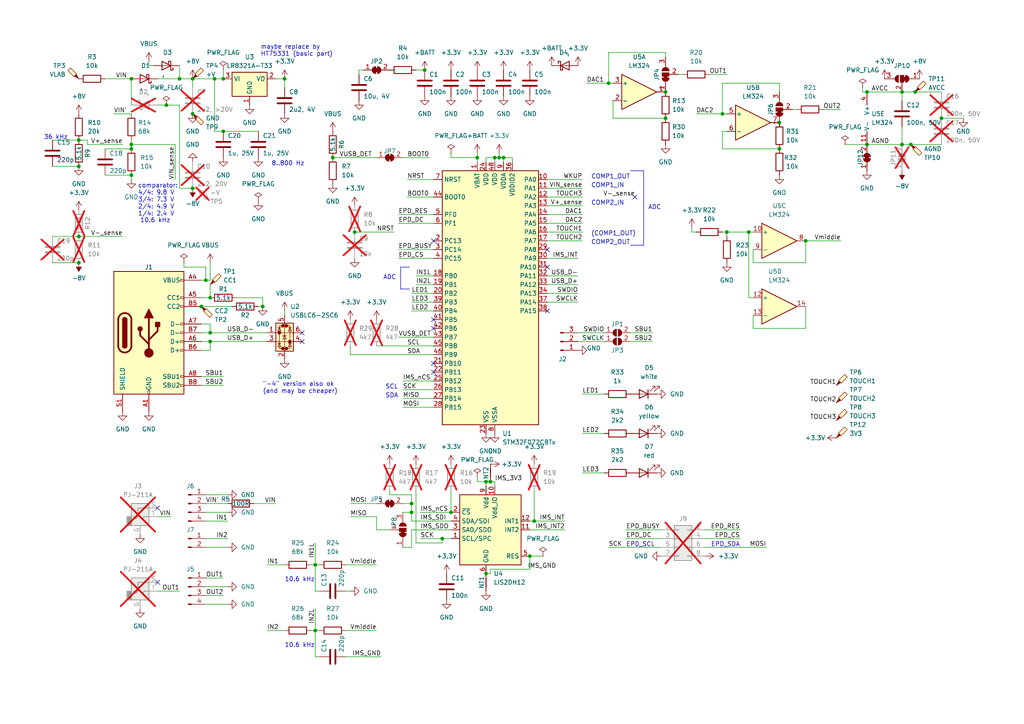
<source format=kicad_sch>
(kicad_sch (version 20230121) (generator eeschema)
  (paper "A4")
  (junction (at 38.1 22.86))
  (junction (at 142.24 139.7))
  (junction (at 130.81 148.59))
  (junction (at 128.27 156.21))
  (junction (at 140.97 166.37))
  (junction (at 140.97 139.7))
  (junction (at 146.05 45.72))
  (junction (at 38.1 43.18))
  (junction (at 123.19 20.32))
  (junction (at 265.43 26.67))
  (junction (at 55.88 22.86))
  (junction (at 102.87 67.31))
  (junction (at 60.96 99.06))
  (junction (at 59.69 81.28))
  (junction (at 143.51 45.72))
  (junction (at 144.78 45.72))
  (junction (at 64.77 38.1))
  (junction (at 217.17 67.31))
  (junction (at 38.1 50.8))
  (junction (at 60.96 96.52))
  (junction (at 64.77 22.86))
  (junction (at 55.88 33.02))
  (junction (at 60.96 86.36))
  (junction (at 91.44 182.88))
  (junction (at 273.05 34.29))
  (junction (at 119.38 148.59))
  (junction (at 176.53 24.13))
  (junction (at 209.55 33.02))
  (junction (at 82.55 22.86))
  (junction (at 261.62 41.91))
  (junction (at 22.86 68.58))
  (junction (at 154.94 151.13))
  (junction (at 226.06 43.18))
  (junction (at 48.26 30.48))
  (junction (at 52.07 22.86))
  (junction (at 251.46 26.67))
  (junction (at 22.86 48.26))
  (junction (at 210.82 67.31))
  (junction (at 96.52 45.72))
  (junction (at 261.62 26.67))
  (junction (at 62.23 22.86))
  (junction (at 119.38 146.05))
  (junction (at 251.46 41.91))
  (junction (at 264.16 41.91))
  (junction (at 55.88 54.61))
  (junction (at 38.1 41.91))
  (junction (at 91.44 163.83))
  (junction (at 233.68 69.85))
  (junction (at 226.06 35.56))
  (junction (at 153.67 161.29))
  (junction (at 22.86 76.2))
  (junction (at 76.2 88.9))
  (junction (at 58.42 88.9))
  (junction (at 22.86 40.64))
  (junction (at 193.04 34.29))
  (junction (at 193.04 26.67))
  (junction (at 138.43 45.72))
  (no_connect (at 125.73 69.85))
  (no_connect (at 45.72 147.32))
  (no_connect (at 45.72 168.91))
  (no_connect (at 158.75 72.39))
  (no_connect (at 158.75 90.17))
  (no_connect (at 87.63 99.06))
  (no_connect (at 158.75 77.47))
  (no_connect (at 125.73 92.71))
  (no_connect (at 125.73 105.41))
  (no_connect (at 125.73 107.95))
  (no_connect (at 125.73 95.25))
  (no_connect (at 184.15 57.15))
  (no_connect (at 87.63 96.52))
  (wire (pts (xy 250.19 25.4) (xy 250.19 26.67)))
  (wire (pts (xy 119.38 87.63) (xy 125.73 87.63)))
  (wire (pts (xy 181.61 153.67) (xy 191.77 153.67)))
  (wire (pts (xy 91.44 163.83) (xy 92.71 163.83)))
  (wire (pts (xy 116.84 118.11) (xy 125.73 118.11)))
  (wire (pts (xy 261.62 41.91) (xy 251.46 41.91)))
  (wire (pts (xy 116.84 115.57) (xy 125.73 115.57)))
  (wire (pts (xy 59.69 143.51) (xy 66.04 143.51)))
  (wire (pts (xy 138.43 44.45) (xy 138.43 45.72)))
  (wire (pts (xy 130.81 44.45) (xy 130.81 45.72)))
  (wire (pts (xy 158.75 87.63) (xy 167.64 87.63)))
  (wire (pts (xy 176.53 24.13) (xy 177.8 24.13)))
  (wire (pts (xy 38.1 41.91) (xy 50.8 41.91)))
  (wire (pts (xy 15.24 76.2) (xy 22.86 76.2)))
  (wire (pts (xy 58.42 81.28) (xy 59.69 81.28)))
  (wire (pts (xy 55.88 22.86) (xy 52.07 22.86)))
  (wire (pts (xy 113.03 153.67) (xy 109.22 153.67)))
  (wire (pts (xy 217.17 86.36) (xy 218.44 86.36)))
  (wire (pts (xy 82.55 22.86) (xy 82.55 25.4)))
  (wire (pts (xy 138.43 45.72) (xy 138.43 46.99)))
  (wire (pts (xy 25.4 41.91) (xy 35.56 41.91)))
  (wire (pts (xy 261.62 26.67) (xy 265.43 26.67)))
  (polyline (pts (xy 116.205 83.82) (xy 118.745 83.82)))
  (wire (pts (xy 60.96 96.52) (xy 77.47 96.52)))
  (wire (pts (xy 261.62 26.67) (xy 261.62 29.21)))
  (wire (pts (xy 140.97 45.72) (xy 143.51 45.72)))
  (wire (pts (xy 59.69 175.26) (xy 66.04 175.26)))
  (wire (pts (xy 101.6 102.87) (xy 125.73 102.87)))
  (wire (pts (xy 154.94 151.13) (xy 153.67 151.13)))
  (wire (pts (xy 193.04 15.24) (xy 176.53 15.24)))
  (wire (pts (xy 109.22 100.33) (xy 125.73 100.33)))
  (wire (pts (xy 59.69 158.75) (xy 66.04 158.75)))
  (wire (pts (xy 52.07 30.48) (xy 48.26 30.48)))
  (wire (pts (xy 142.24 166.37) (xy 142.24 165.1)))
  (wire (pts (xy 158.75 59.69) (xy 168.91 59.69)))
  (wire (pts (xy 143.51 45.72) (xy 143.51 46.99)))
  (wire (pts (xy 59.69 170.18) (xy 66.04 170.18)))
  (wire (pts (xy 45.72 149.86) (xy 49.53 149.86)))
  (wire (pts (xy 140.97 139.7) (xy 140.97 140.97)))
  (wire (pts (xy 140.97 46.99) (xy 140.97 45.72)))
  (wire (pts (xy 261.62 36.83) (xy 261.62 41.91)))
  (wire (pts (xy 73.66 146.05) (xy 80.01 146.05)))
  (wire (pts (xy 59.69 77.47) (xy 59.69 81.28)))
  (wire (pts (xy 146.05 45.72) (xy 148.59 45.72)))
  (wire (pts (xy 58.42 96.52) (xy 60.96 96.52)))
  (wire (pts (xy 119.38 85.09) (xy 125.73 85.09)))
  (wire (pts (xy 60.96 76.2) (xy 60.96 81.28)))
  (wire (pts (xy 176.53 15.24) (xy 176.53 24.13)))
  (wire (pts (xy 52.07 19.05) (xy 52.07 22.86)))
  (wire (pts (xy 119.38 143.51) (xy 113.03 143.51)))
  (wire (pts (xy 204.47 153.67) (xy 214.63 153.67)))
  (wire (pts (xy 43.18 19.05) (xy 44.45 19.05)))
  (wire (pts (xy 90.17 182.88) (xy 91.44 182.88)))
  (wire (pts (xy 119.38 153.67) (xy 130.81 153.67)))
  (wire (pts (xy 15.24 68.58) (xy 22.86 68.58)))
  (wire (pts (xy 58.42 93.98) (xy 60.96 93.98)))
  (wire (pts (xy 143.51 140.97) (xy 143.51 139.7)))
  (wire (pts (xy 209.55 33.02) (xy 210.82 33.02)))
  (wire (pts (xy 204.47 156.21) (xy 214.63 156.21)))
  (wire (pts (xy 261.62 41.91) (xy 264.16 41.91)))
  (wire (pts (xy 100.33 182.88) (xy 109.22 182.88)))
  (wire (pts (xy 158.75 54.61) (xy 168.91 54.61)))
  (wire (pts (xy 45.72 171.45) (xy 52.07 171.45)))
  (wire (pts (xy 154.94 151.13) (xy 163.83 151.13)))
  (wire (pts (xy 115.57 97.79) (xy 125.73 97.79)))
  (polyline (pts (xy 116.205 77.47) (xy 116.205 83.82)))
  (wire (pts (xy 119.38 146.05) (xy 119.38 143.51)))
  (wire (pts (xy 193.04 16.51) (xy 193.04 15.24)))
  (wire (pts (xy 38.1 43.18) (xy 38.1 41.91)))
  (wire (pts (xy 205.74 21.59) (xy 210.82 21.59)))
  (wire (pts (xy 182.88 99.06) (xy 189.23 99.06)))
  (wire (pts (xy 250.19 26.67) (xy 251.46 26.67)))
  (wire (pts (xy 170.18 24.13) (xy 176.53 24.13)))
  (wire (pts (xy 201.93 67.31) (xy 200.66 67.31)))
  (wire (pts (xy 144.78 45.72) (xy 146.05 45.72)))
  (wire (pts (xy 91.44 157.48) (xy 91.44 163.83)))
  (wire (pts (xy 120.65 20.32) (xy 123.19 20.32)))
  (wire (pts (xy 158.75 85.09) (xy 167.64 85.09)))
  (wire (pts (xy 64.77 38.1) (xy 62.23 38.1)))
  (wire (pts (xy 30.48 22.86) (xy 38.1 22.86)))
  (wire (pts (xy 146.05 45.72) (xy 146.05 46.99)))
  (wire (pts (xy 196.85 21.59) (xy 198.12 21.59)))
  (polyline (pts (xy 186.69 49.53) (xy 186.69 71.12)))
  (wire (pts (xy 245.11 41.91) (xy 251.46 41.91)))
  (wire (pts (xy 113.03 143.51) (xy 113.03 142.24)))
  (wire (pts (xy 53.34 76.2) (xy 53.34 77.47)))
  (wire (pts (xy 119.38 158.75) (xy 116.84 158.75)))
  (wire (pts (xy 176.53 158.75) (xy 191.77 158.75)))
  (wire (pts (xy 52.07 22.86) (xy 45.72 22.86)))
  (wire (pts (xy 168.91 114.3) (xy 175.26 114.3)))
  (wire (pts (xy 91.44 171.45) (xy 91.44 163.83)))
  (wire (pts (xy 116.84 110.49) (xy 125.73 110.49)))
  (wire (pts (xy 15.24 40.64) (xy 22.86 40.64)))
  (wire (pts (xy 226.06 35.56) (xy 226.06 36.83)))
  (wire (pts (xy 138.43 138.43) (xy 138.43 139.7)))
  (wire (pts (xy 52.07 54.61) (xy 52.07 30.48)))
  (wire (pts (xy 118.11 52.07) (xy 125.73 52.07)))
  (wire (pts (xy 59.69 167.64) (xy 64.77 167.64)))
  (wire (pts (xy 30.48 50.8) (xy 38.1 50.8)))
  (wire (pts (xy 121.92 148.59) (xy 130.81 148.59)))
  (wire (pts (xy 210.82 67.31) (xy 217.17 67.31)))
  (wire (pts (xy 130.81 142.24) (xy 130.81 148.59)))
  (wire (pts (xy 218.44 91.44) (xy 218.44 95.25)))
  (wire (pts (xy 91.44 190.5) (xy 91.44 182.88)))
  (wire (pts (xy 138.43 139.7) (xy 140.97 139.7)))
  (wire (pts (xy 100.33 171.45) (xy 101.6 171.45)))
  (wire (pts (xy 59.69 172.72) (xy 64.77 172.72)))
  (wire (pts (xy 58.42 101.6) (xy 60.96 101.6)))
  (wire (pts (xy 265.43 26.67) (xy 273.05 26.67)))
  (wire (pts (xy 104.14 20.32) (xy 105.41 20.32)))
  (wire (pts (xy 182.88 96.52) (xy 189.23 96.52)))
  (wire (pts (xy 119.38 148.59) (xy 116.84 148.59)))
  (wire (pts (xy 96.52 45.72) (xy 109.22 45.72)))
  (polyline (pts (xy 118.745 77.47) (xy 116.205 77.47)))
  (wire (pts (xy 238.76 31.75) (xy 243.84 31.75)))
  (wire (pts (xy 119.38 153.67) (xy 119.38 158.75)))
  (wire (pts (xy 58.42 99.06) (xy 60.96 99.06)))
  (wire (pts (xy 148.59 45.72) (xy 148.59 46.99)))
  (wire (pts (xy 119.38 148.59) (xy 119.38 151.13)))
  (wire (pts (xy 218.44 95.25) (xy 233.68 95.25)))
  (wire (pts (xy 38.1 22.86) (xy 38.1 30.48)))
  (wire (pts (xy 167.64 96.52) (xy 175.26 96.52)))
  (wire (pts (xy 55.88 22.86) (xy 62.23 22.86)))
  (wire (pts (xy 158.75 62.23) (xy 168.91 62.23)))
  (wire (pts (xy 100.33 163.83) (xy 109.22 163.83)))
  (wire (pts (xy 128.27 156.21) (xy 130.81 156.21)))
  (wire (pts (xy 158.75 80.01) (xy 167.64 80.01)))
  (wire (pts (xy 115.57 64.77) (xy 125.73 64.77)))
  (wire (pts (xy 143.51 45.72) (xy 144.78 45.72)))
  (wire (pts (xy 119.38 148.59) (xy 119.38 146.05)))
  (wire (pts (xy 60.96 96.52) (xy 60.96 93.98)))
  (wire (pts (xy 109.22 153.67) (xy 109.22 149.86)))
  (wire (pts (xy 142.24 139.7) (xy 143.51 139.7)))
  (wire (pts (xy 74.93 88.9) (xy 76.2 88.9)))
  (wire (pts (xy 101.6 146.05) (xy 109.22 146.05)))
  (wire (pts (xy 167.64 99.06) (xy 175.26 99.06)))
  (wire (pts (xy 167.64 74.93) (xy 158.75 74.93)))
  (wire (pts (xy 142.24 165.1) (xy 153.67 165.1)))
  (wire (pts (xy 60.96 99.06) (xy 77.47 99.06)))
  (wire (pts (xy 38.1 50.8) (xy 38.1 52.07)))
  (wire (pts (xy 120.65 142.24) (xy 120.65 157.48)))
  (wire (pts (xy 100.33 190.5) (xy 110.49 190.5)))
  (wire (pts (xy 30.48 43.18) (xy 38.1 43.18)))
  (wire (pts (xy 144.78 44.45) (xy 144.78 45.72)))
  (wire (pts (xy 140.97 139.7) (xy 142.24 139.7)))
  (wire (pts (xy 210.82 67.31) (xy 210.82 68.58)))
  (wire (pts (xy 153.67 161.29) (xy 157.48 161.29)))
  (wire (pts (xy 264.16 41.91) (xy 273.05 41.91)))
  (wire (pts (xy 120.65 80.01) (xy 125.73 80.01)))
  (wire (pts (xy 82.55 90.17) (xy 82.55 91.44)))
  (wire (pts (xy 115.57 72.39) (xy 125.73 72.39)))
  (wire (pts (xy 50.8 41.91) (xy 50.8 52.07)))
  (wire (pts (xy 119.38 151.13) (xy 130.81 151.13)))
  (wire (pts (xy 201.93 33.02) (xy 209.55 33.02)))
  (wire (pts (xy 59.69 148.59) (xy 66.04 148.59)))
  (wire (pts (xy 38.1 40.64) (xy 38.1 41.91)))
  (wire (pts (xy 15.24 48.26) (xy 22.86 48.26)))
  (wire (pts (xy 58.42 86.36) (xy 60.96 86.36)))
  (wire (pts (xy 55.88 25.4) (xy 55.88 22.86)))
  (wire (pts (xy 229.87 31.75) (xy 231.14 31.75)))
  (wire (pts (xy 218.44 72.39) (xy 218.44 76.2)))
  (wire (pts (xy 62.23 38.1) (xy 62.23 22.86)))
  (wire (pts (xy 226.06 24.13) (xy 209.55 24.13)))
  (wire (pts (xy 153.67 153.67) (xy 163.83 153.67)))
  (wire (pts (xy 68.58 86.36) (xy 76.2 86.36)))
  (wire (pts (xy 158.75 52.07) (xy 168.91 52.07)))
  (wire (pts (xy 233.68 95.25) (xy 233.68 88.9)))
  (wire (pts (xy 48.26 30.48) (xy 45.72 30.48)))
  (wire (pts (xy 153.67 165.1) (xy 153.67 161.29)))
  (wire (pts (xy 226.06 26.67) (xy 226.06 24.13)))
  (wire (pts (xy 80.01 22.86) (xy 82.55 22.86)))
  (wire (pts (xy 218.44 76.2) (xy 233.68 76.2)))
  (wire (pts (xy 25.4 40.64) (xy 25.4 41.91)))
  (wire (pts (xy 101.6 149.86) (xy 109.22 149.86)))
  (wire (pts (xy 209.55 38.1) (xy 209.55 43.18)))
  (wire (pts (xy 217.17 67.31) (xy 218.44 67.31)))
  (wire (pts (xy 90.17 163.83) (xy 91.44 163.83)))
  (wire (pts (xy 158.75 67.31) (xy 168.91 67.31)))
  (wire (pts (xy 119.38 146.05) (xy 116.84 146.05)))
  (wire (pts (xy 120.65 82.55) (xy 125.73 82.55)))
  (wire (pts (xy 64.77 38.1) (xy 74.93 38.1)))
  (wire (pts (xy 204.47 158.75) (xy 222.25 158.75)))
  (wire (pts (xy 140.97 166.37) (xy 142.24 166.37)))
  (wire (pts (xy 130.81 45.72) (xy 138.43 45.72)))
  (wire (pts (xy 158.75 64.77) (xy 168.91 64.77)))
  (wire (pts (xy 76.2 86.36) (xy 76.2 88.9)))
  (wire (pts (xy 116.84 113.03) (xy 125.73 113.03)))
  (wire (pts (xy 121.92 156.21) (xy 128.27 156.21)))
  (wire (pts (xy 158.75 57.15) (xy 168.91 57.15)))
  (wire (pts (xy 77.47 163.83) (xy 82.55 163.83)))
  (wire (pts (xy 233.68 76.2) (xy 233.68 69.85)))
  (wire (pts (xy 181.61 156.21) (xy 191.77 156.21)))
  (wire (pts (xy 62.23 22.86) (xy 64.77 22.86)))
  (wire (pts (xy 58.42 109.22) (xy 64.77 109.22)))
  (wire (pts (xy 115.57 62.23) (xy 125.73 62.23)))
  (wire (pts (xy 59.69 151.13) (xy 66.04 151.13)))
  (wire (pts (xy 33.02 33.02) (xy 38.1 33.02)))
  (polyline (pts (xy 182.88 49.53) (xy 186.69 49.53)))
  (wire (pts (xy 60.96 99.06) (xy 60.96 101.6)))
  (wire (pts (xy 104.14 20.32) (xy 104.14 21.59)))
  (wire (pts (xy 55.88 54.61) (xy 52.07 54.61)))
  (wire (pts (xy 279.4 34.29) (xy 273.05 34.29)))
  (wire (pts (xy 115.57 74.93) (xy 125.73 74.93)))
  (wire (pts (xy 118.11 57.15) (xy 125.73 57.15)))
  (wire (pts (xy 233.68 69.85) (xy 243.84 69.85)))
  (wire (pts (xy 158.75 69.85) (xy 168.91 69.85)))
  (wire (pts (xy 55.88 54.61) (xy 57.15 54.61)))
  (wire (pts (xy 58.42 111.76) (xy 64.77 111.76)))
  (wire (pts (xy 209.55 67.31) (xy 210.82 67.31)))
  (polyline (pts (xy 182.88 71.12) (xy 186.69 71.12)))
  (wire (pts (xy 77.47 182.88) (xy 82.55 182.88)))
  (wire (pts (xy 66.04 146.05) (xy 59.69 146.05)))
  (wire (pts (xy 128.27 157.48) (xy 128.27 156.21)))
  (wire (pts (xy 53.34 77.47) (xy 59.69 77.47)))
  (wire (pts (xy 168.91 125.73) (xy 175.26 125.73)))
  (wire (pts (xy 102.87 67.31) (xy 114.3 67.31)))
  (wire (pts (xy 158.75 82.55) (xy 167.64 82.55)))
  (wire (pts (xy 91.44 182.88) (xy 92.71 182.88)))
  (wire (pts (xy 193.04 34.29) (xy 177.8 34.29)))
  (wire (pts (xy 92.71 190.5) (xy 91.44 190.5)))
  (wire (pts (xy 154.94 142.24) (xy 154.94 151.13)))
  (wire (pts (xy 59.69 81.28) (xy 60.96 81.28)))
  (wire (pts (xy 251.46 26.67) (xy 261.62 26.67)))
  (wire (pts (xy 200.66 67.31) (xy 200.66 66.04)))
  (wire (pts (xy 209.55 38.1) (xy 210.82 38.1)))
  (wire (pts (xy 22.86 68.58) (xy 35.56 68.58)))
  (wire (pts (xy 22.86 40.64) (xy 25.4 40.64)))
  (wire (pts (xy 60.96 82.55) (xy 60.96 86.36)))
  (wire (pts (xy 209.55 43.18) (xy 226.06 43.18)))
  (wire (pts (xy 58.42 88.9) (xy 67.31 88.9)))
  (wire (pts (xy 209.55 24.13) (xy 209.55 33.02)))
  (wire (pts (xy 168.91 137.16) (xy 175.26 137.16)))
  (wire (pts (xy 217.17 67.31) (xy 217.17 86.36)))
  (wire (pts (xy 43.18 17.78) (xy 43.18 19.05)))
  (wire (pts (xy 116.84 45.72) (xy 124.46 45.72)))
  (wire (pts (xy 119.38 90.17) (xy 125.73 90.17)))
  (wire (pts (xy 92.71 171.45) (xy 91.44 171.45)))
  (wire (pts (xy 59.69 156.21) (xy 66.04 156.21)))
  (wire (pts (xy 91.44 176.53) (xy 91.44 182.88)))
  (wire (pts (xy 120.65 157.48) (xy 128.27 157.48)))
  (wire (pts (xy 101.6 102.87) (xy 101.6 100.33)))
  (wire (pts (xy 177.8 29.21) (xy 177.8 34.29)))
  (wire (pts (xy 64.77 20.32) (xy 64.77 22.86)))
  (text "ADC" (at 187.96 60.96 0) (effects (font (size 1.27 1.27)) (justify left bottom)))
  (text "comparator:\n4/4: 9.8 V\n3/4: 7.3 V\n2/4: 4.9 V\n1/4: 2.4 V" (at 40.005 62.865 0) (effects (font (size 1.27 1.27)) (justify left bottom)))
  (text "10.6 kHz" (at 40.64 64.77 0) (effects (font (size 1.27 1.27)) (justify left bottom)))
  (text "(COMP1_OUT)" (at 171.45 68.58 0) (effects (font (size 1.27 1.27)) (justify left bottom)))
  (text "10.6 kHz" (at 82.55 168.91 0) (effects (font (size 1.27 1.27)) (justify left bottom)))
  (text "10.6 kHz" (at 82.55 187.96 0) (effects (font (size 1.27 1.27)) (justify left bottom)))
  (text "COMP2_IN" (at 171.45 59.69 0) (effects (font (size 1.27 1.27)) (justify left bottom)))
  (text "\"-4\" version also ok\n(and may be cheaper)" (at 76.2 114.3 0) (effects (font (size 1.27 1.27)) (justify left bottom)))
  (text "COMP1_OUT" (at 171.45 52.07 0) (effects (font (size 1.27 1.27)) (justify left bottom)))
  (text "SDA" (at 111.76 115.57 0) (effects (font (size 1.27 1.27)) (justify left bottom)))
  (text "EPD_SCL" (at 181.61 158.75 0) (effects (font (size 1.27 1.27)) (justify left bottom)))
  (text "SCL" (at 111.76 113.03 0) (effects (font (size 1.27 1.27)) (justify left bottom)))
  (text "maybe replace by\nHT75331 (basic part)" (at 75.565 16.51 0) (effects (font (size 1.27 1.27)) (justify left bottom)))
  (text "COMP2_OUT" (at 171.45 71.12 0) (effects (font (size 1.27 1.27)) (justify left bottom)))
  (text "COMP1_IN" (at 171.45 54.61 0) (effects (font (size 1.27 1.27)) (justify left bottom)))
  (text "36 kHz" (at 12.7 40.64 0) (effects (font (size 1.27 1.27)) (justify left bottom)))
  (text "EPD_SDA" (at 214.63 158.75 0) (effects (font (size 1.27 1.27)) (justify right bottom)))
  (text "8..800 Hz" (at 78.74 48.26 0) (effects (font (size 1.27 1.27)) (justify left bottom)))
  (text "ADC" (at 114.935 81.28 0) (effects (font (size 1.27 1.27)) (justify right bottom)))
  (label "VIN_sense" (at 168.91 54.61 180))
  (label "TOUCH1" (at 168.91 67.31 180))
  (label "SCL" (at 118.11 100.33 0))
  (label "V-_sense" (at 35.56 68.58 180))
  (label "TOUCH1" (at 242.57 111.76 180))
  (label "MOSI" (at 116.84 118.11 0))
  (label "LED2" (at 119.38 90.17 0))
  (label "LED2" (at 168.91 125.73 0))
  (label "LED3" (at 119.38 87.63 0))
  (label "SWDIO" (at 175.26 96.52 180))
  (label "Vmiddle" (at 243.84 69.85 180))
  (label "SBU2" (at 189.23 99.06 180))
  (label "SWCLK" (at 167.64 87.63 180))
  (label "Vmiddle" (at 109.22 163.83 180))
  (label "DAC1" (at 170.18 24.13 0))
  (label "IN2" (at 77.47 182.88 0))
  (label "TOUCH3" (at 168.91 57.15 180))
  (label "VIN_sense" (at 50.8 52.07 90))
  (label "EPD_DC" (at 115.57 64.77 0))
  (label "IN2L" (at 91.44 176.53 270))
  (label "USB_D-" (at 167.64 80.01 180))
  (label "IMS_SDO" (at 121.92 153.67 0))
  (label "TOUCH3" (at 242.57 121.92 180))
  (label "VIN" (at 36.83 22.86 180))
  (label "EPD_BUSY" (at 181.61 153.67 0))
  (label "MOSI" (at 101.6 146.05 0))
  (label "IN1L" (at 91.44 157.48 270))
  (label "IMS_nCS" (at 121.92 148.59 0))
  (label "LED1" (at 119.38 85.09 0))
  (label "TOUCH2" (at 242.57 116.84 180))
  (label "IN1" (at 66.04 151.13 180))
  (label "SCK" (at 116.84 113.03 0))
  (label "IN1" (at 77.47 163.83 0))
  (label "BOOT0" (at 118.11 57.15 0))
  (label "V-_sense" (at 184.15 57.15 180))
  (label "SBU1" (at 189.23 96.52 180))
  (label "OUT2" (at 243.84 31.75 180))
  (label "USB_D+" (at 73.66 99.06 180))
  (label "DAC2" (at 168.91 64.77 180))
  (label "MISO" (at 116.84 115.57 0))
  (label "V+_sense" (at 168.91 59.69 180))
  (label "IMS_INT" (at 167.64 74.93 180))
  (label "USB_D-" (at 73.66 96.52 180))
  (label "TOUCH2" (at 168.91 69.85 180))
  (label "MISO" (at 101.6 149.86 0))
  (label "EPD_CS" (at 214.63 156.21 180))
  (label "SCK" (at 176.53 158.75 0))
  (label "VIN'" (at 33.02 33.02 0))
  (label "BOOT0" (at 124.46 45.72 180))
  (label "SWDIO" (at 167.64 85.09 180))
  (label "AVCC" (at 252.73 26.67 0))
  (label "AGND" (at 252.73 41.91 0))
  (label "IMS_INT2" (at 163.83 153.67 180))
  (label "VIN" (at 49.53 149.86 180))
  (label "EPD_RES" (at 214.63 153.67 180))
  (label "OUT1" (at 64.77 167.64 180))
  (label "IMS_GND" (at 153.035 165.1 0))
  (label "IN2L" (at 120.65 82.55 0))
  (label "SCK" (at 121.92 156.21 0))
  (label "WKUP" (at 168.91 52.07 180))
  (label "OUT1" (at 52.07 171.45 180))
  (label "SDA" (at 118.11 102.87 0))
  (label "LED1" (at 168.91 114.3 0))
  (label "IMS_3V3" (at 143.51 139.7 0))
  (label "VUSB_DET" (at 98.425 45.72 0))
  (label "EPD_RES" (at 115.57 62.23 0))
  (label "VIN" (at 80.01 146.05 180))
  (label "NRST" (at 114.3 67.31 180))
  (label "EPD_CS" (at 115.57 74.93 0))
  (label "OUT2" (at 64.77 172.72 180))
  (label "DAC2" (at 201.93 33.02 0))
  (label "LED3" (at 168.91 137.16 0))
  (label "EPD_BUSY" (at 115.57 72.39 0))
  (label "USB_D+" (at 167.64 82.55 180))
  (label "IMS_GND" (at 110.49 190.5 180))
  (label "VIN'" (at 59.69 146.05 0))
  (label "IN2" (at 66.04 156.21 180))
  (label "DAC1" (at 168.91 62.23 180))
  (label "IMS_INT" (at 163.83 151.13 180))
  (label "SWCLK" (at 175.26 99.06 180))
  (label "VUSB_DET" (at 115.57 97.79 0))
  (label "IN1L" (at 120.65 80.01 0))
  (label "NRST" (at 118.11 52.07 0))
  (label "MOSI" (at 222.25 158.75 180))
  (label "OUT1" (at 210.82 21.59 180))
  (label "V+_sense" (at 35.56 41.91 180))
  (label "SBU2" (at 64.77 111.76 180))
  (label "IMS_nCS" (at 116.84 110.49 0))
  (label "SBU1" (at 64.77 109.22 180))
  (label "IMS_SDI" (at 121.92 151.13 0))
  (label "Vmiddle" (at 109.22 182.88 180))
  (label "EPD_DC" (at 181.61 156.21 0))
  (symbol (lib_id "power:VBUS") (at 43.18 17.78 0) (unit 1)
    (property "Reference" "#PWR036" (effects hide))
    (property "Value" "VBUS" (at 43.18 12.7 0))
  )
  (symbol (lib_id "power:VBUS") (at 82.55 90.17 0) (unit 1)
    (property "Reference" "#PWR08" (effects hide))
    (property "Value" "VBUS" (at 82.55 85.09 0))
  )
  (symbol (lib_id "power:GND") (at 190.5 125.73 90) (unit 1)
    (property "Reference" "#PWR075" (effects hide))
    (property "Value" "GND" (at 194.31 125.73 90) (effects (justify right)))
  )
  (symbol (lib_id "Amplifier_Operational:LM324") (at 226.06 88.9 0) (unit 4)
    (property "Reference" "U5" (at 224.79 78.74 0))
    (property "Value" "LM324" (at 226.06 81.28 0))
    (property "Footprint" "Package_SO:SOIC-14_3.9x8.7mm_P1.27mm" (effects hide))
    (property "Datasheet" "http://www.ti.com/lit/ds/symlink/lm2902-n.pdf" (effects hide))
    (property "LCSC" "C71035" (effects hide))
  )
  (symbol (lib_id "Device:R") (at 86.36 182.88 90) (unit 1)
    (property "Reference" "R26" (at 86.36 176.53 90))
    (property "Value" "68k" (at 86.36 179.07 90))
    (property "Footprint" "Resistor_SMD:R_0603_1608Metric" (effects hide))
    (property "LCSC" "C23231" (effects hide))
  )
  (symbol (lib_id "power:-8V") (at 22.86 76.2 180) (unit 1)
    (property "Reference" "#PWR062" (effects hide))
    (property "Value" "-8V" (at 22.86 80.645 0))
  )
  (symbol (lib_id "power:+3.3V") (at 130.81 20.32 0) (unit 1)
    (property "Reference" "#PWR012" (effects hide))
    (property "Value" "+3.3V" (at 130.81 15.24 0))
  )
  (symbol (lib_id "Device:R") (at 120.65 138.43 180) (unit 1) (in_bom no) (dnp yes)
    (property "Reference" "R17" (at 123.19 137.16 0) (effects (justify right)))
    (property "Value" "4k7" (at 123.19 139.7 0) (effects (justify right)))
    (property "Footprint" "Resistor_SMD:R_0805_2012Metric_Pad1.20x1.40mm_HandSolder" (effects hide))
    (property "LCSC" "C25900" (effects hide))
  )
  (symbol (lib_id "power:+3.3V") (at 109.22 92.71 0) (unit 1)
    (property "Reference" "#PWR05" (effects hide))
    (property "Value" "+3.3V" (at 109.22 87.63 0))
  )
  (symbol (lib_id "Device:R") (at 234.95 31.75 90) (unit 1)
    (property "Reference" "R21" (at 234.95 25.4 90))
    (property "Value" "10k" (at 234.95 27.94 90))
    (property "Footprint" "Resistor_SMD:R_0402_1005Metric" (effects hide))
    (property "LCSC" "C25744" (effects hide))
  )
  (symbol (lib_id "Device:R") (at 22.86 64.77 0) (unit 1) (in_bom no) (on_board no) (dnp yes)
    (property "Reference" "R12" (at 25.4 64.77 90))
    (property "Value" "5.1k" (at 22.86 64.77 90))
    (property "Footprint" "Resistor_SMD:R_0402_1005Metric" (effects hide))
    (property "LCSC" "C25905" (effects hide))
  )
  (symbol (lib_id "Amplifier_Operational:LM324") (at 218.44 35.56 0) (unit 2)
    (property "Reference" "U5" (at 218.44 25.4 0))
    (property "Value" "LM324" (at 218.44 27.94 0))
    (property "Footprint" "Package_SO:SOIC-14_3.9x8.7mm_P1.27mm" (effects hide))
    (property "Datasheet" "http://www.ti.com/lit/ds/symlink/lm2902-n.pdf" (effects hide))
    (property "LCSC" "C71035" (effects hide))
  )
  (symbol (lib_id "power:GND") (at 55.88 33.02 0) (unit 1)
    (property "Reference" "#PWR021" (effects hide))
    (property "Value" "GND" (at 55.88 38.1 0))
  )
  (symbol (lib_id "Connector:Conn_01x04_Pin") (at 54.61 146.05 0) (unit 1)
    (property "Reference" "J6" (at 55.245 140.97 0))
    (property "Value" "Conn_01x04_Pin" (effects hide))
    (property "Footprint" "Connector_PinHeader_2.54mm:PinHeader_1x04_P2.54mm_Horizontal" (effects hide))
    (property "DNP" "PCBA" (effects hide))
  )
  (symbol (lib_id "Device:C") (at 96.52 190.5 90) (unit 1)
    (property "Reference" "C14" (at 93.98 189.23 0) (effects (justify left)))
    (property "Value" "220p" (at 99.06 189.23 0) (effects (justify left)))
    (property "Footprint" "Capacitor_SMD:C_0402_1005Metric" (effects hide))
    (property "LCSC" "C1530" (effects hide))
  )
  (symbol (lib_id "power:+3.3V") (at 113.03 134.62 0) (unit 1)
    (property "Reference" "#PWR046" (effects hide))
    (property "Value" "+3.3V" (at 113.03 129.54 0))
  )
  (symbol (lib_id "Device:C") (at 55.88 29.21 0) (unit 1) (in_bom no) (on_board no) (dnp yes)
    (property "Reference" "C7" (at 57.15 26.67 0) (effects (justify left)))
    (property "Value" "2u2, >20V" (at 57.15 31.75 0) (effects (justify left)))
    (property "Footprint" "Capacitor_SMD:C_0805_2012Metric" (effects hide))
    (property "LCSC" "C377773" (effects hide))
  )
  (symbol (lib_id "Device:C") (at 153.67 24.13 0) (unit 1)
    (property "Reference" "C5" (at 154.94 21.59 0) (effects (justify left)))
    (property "Value" "100n" (at 154.94 26.67 0) (effects (justify left)))
    (property "Footprint" "Capacitor_SMD:C_0402_1005Metric" (effects hide))
    (property "LCSC" "C1525" (effects hide))
  )
  (symbol (lib_id "Jumper:SolderJumper_2_Bridged") (at 109.22 20.32 0) (unit 1)
    (property "Reference" "JP2" (at 109.22 17.78 0))
    (property "Value" "SolderJumper_2_Bridged" (effects hide))
    (property "Footprint" "Jumper:SolderJumper-2_P1.3mm_Bridged_RoundedPad1.0x1.5mm" (effects hide))
  )
  (symbol (lib_id "power:GND") (at 66.04 158.75 90) (unit 1)
    (property "Reference" "#PWR051" (effects hide))
    (property "Value" "GND" (at 69.85 158.75 90) (effects (justify right)))
  )
  (symbol (lib_id "Device:R") (at 193.04 38.1 0) (unit 1)
    (property "Reference" "R30" (at 194.945 36.83 0) (effects (justify left)))
    (property "Value" "10k" (at 194.945 39.37 0) (effects (justify left)))
    (property "Footprint" "Resistor_SMD:R_0402_1005Metric" (effects hide))
    (property "LCSC" "C25744" (effects hide))
  )
  (symbol (lib_id "power:PWR_FLAG") (at 48.26 30.48 0) (unit 1)
    (property "Reference" "#FLG07" (effects hide))
    (property "Value" "PWR_FLAG" (at 48.26 25.4 0))
  )
  (symbol (lib_id "Device:C") (at 104.14 25.4 0) (unit 1)
    (property "Reference" "C6" (at 105.41 22.86 0) (effects (justify left)))
    (property "Value" "10u, 4V" (at 105.41 27.94 0) (effects (justify left)))
    (property "Footprint" "Capacitor_SMD:C_0402_1005Metric" (effects hide))
    (property "LCSC" "C15525" (effects hide))
  )
  (symbol (lib_id "Connector:TestPoint_Probe") (at 265.43 26.67 0) (unit 1) (in_bom no)
    (property "Reference" "TP11" (at 269.24 22.86 0) (effects (justify left)))
    (property "Value" "AVCC" (at 269.24 25.4 0) (effects (justify left)))
    (property "Footprint" "analog-noise-generator:TestPoint_THTPad_small" (effects hide))
  )
  (symbol (lib_id "power:VBUS") (at 60.96 76.2 0) (unit 1)
    (property "Reference" "#PWR01" (effects hide))
    (property "Value" "VBUS" (at 60.96 71.12 0))
  )
  (symbol (lib_id "power:+3.3V") (at 120.65 134.62 0) (unit 1)
    (property "Reference" "#PWR045" (effects hide))
    (property "Value" "+3.3V" (at 120.65 129.54 0))
  )
  (symbol (lib_id "power:+3.3V") (at 129.54 166.37 0) (unit 1)
    (property "Reference" "#PWR039" (effects hide))
    (property "Value" "+3.3V" (at 129.54 161.29 0))
  )
  (symbol (lib_id "power:+3.3V") (at 144.78 44.45 0) (unit 1)
    (property "Reference" "#PWR026" (effects hide))
    (property "Value" "+3.3V" (at 144.78 39.37 0))
  )
  (symbol (lib_id "power:GND") (at 66.04 143.51 90) (unit 1)
    (property "Reference" "#PWR052" (effects hide))
    (property "Value" "GND" (at 69.85 143.51 90) (effects (justify right)))
  )
  (symbol (lib_id "Device:R") (at 193.04 30.48 180) (unit 1)
    (property "Reference" "R13" (at 194.945 29.21 0) (effects (justify right)))
    (property "Value" "10k" (at 194.945 31.75 0) (effects (justify right)))
    (property "Footprint" "Resistor_SMD:R_0402_1005Metric" (effects hide))
    (property "LCSC" "C25744" (effects hide))
  )
  (symbol (lib_id "power:GND") (at 167.64 101.6 90) (unit 1)
    (property "Reference" "#PWR038" (effects hide))
    (property "Value" "GND" (at 170.18 100.965 90) (effects (justify right)))
  )
  (symbol (lib_id "Device:R") (at 22.86 36.83 180) (unit 1)
    (property "Reference" "R10" (at 25.4 35.56 0) (effects (justify right)))
    (property "Value" "20k" (at 25.4 38.1 0) (effects (justify right)))
    (property "Footprint" "Resistor_SMD:R_0402_1005Metric" (effects hide))
    (property "LCSC" "C25765" (effects hide))
  )
  (symbol (lib_id "Device:R") (at 22.86 44.45 0) (unit 1)
    (property "Reference" "R9" (at 25.4 44.45 90))
    (property "Value" "5.1k" (at 22.86 44.45 90))
    (property "Footprint" "Resistor_SMD:R_0402_1005Metric" (effects hide))
    (property "LCSC" "C25905" (effects hide))
  )
  (symbol (lib_id "Jumper:SolderJumper_3_Bridged12") (at 261.62 22.86 0) (mirror y) (unit 1)
    (property "Reference" "JP10" (at 261.62 19.05 0))
    (property "Value" "SolderJumper_3_Bridged12" (effects hide))
    (property "Footprint" "Jumper:SolderJumper-3_P1.3mm_Bridged12_RoundedPad1.0x1.5mm" (effects hide))
  )
  (symbol (lib_id "Jumper:SolderJumper_3_Bridged12") (at 226.06 31.75 90) (unit 1)
    (property "Reference" "JP6" (at 223.52 31.75 0))
    (property "Value" "SolderJumper_3_Bridged12" (effects hide))
    (property "Footprint" "Jumper:SolderJumper-3_P1.3mm_Bridged12_RoundedPad1.0x1.5mm" (effects hide))
  )
  (symbol (lib_id "Device:R") (at 130.81 138.43 180) (unit 1) (in_bom no) (dnp yes)
    (property "Reference" "R16" (at 133.35 137.16 0) (effects (justify right)))
    (property "Value" "10k" (at 133.35 139.7 0) (effects (justify right)))
    (property "Footprint" "Resistor_SMD:R_0805_2012Metric_Pad1.20x1.40mm_HandSolder" (effects hide))
    (property "LCSC" "C25744" (effects hide))
  )
  (symbol (lib_id "power:GND") (at 35.56 119.38 0) (unit 1)
    (property "Reference" "#PWR03" (effects hide))
    (property "Value" "GND" (at 35.56 124.46 0))
  )
  (symbol (lib_id "Connector:Conn_01x04_Pin") (at 54.61 170.18 0) (unit 1)
    (property "Reference" "J5" (at 55.245 165.1 0))
    (property "Value" "Conn_01x04_Pin" (effects hide))
    (property "Footprint" "Connector_PinHeader_2.54mm:PinHeader_1x04_P2.54mm_Horizontal" (effects hide))
    (property "DNP" "PCBA" (effects hide))
  )
  (symbol (lib_id "Jumper:SolderJumper_3_Bridged12") (at 193.04 21.59 90) (unit 1)
    (property "Reference" "JP4" (at 190.5 21.59 0))
    (property "Value" "SolderJumper_3_Bridged12" (effects hide))
    (property "Footprint" "Jumper:SolderJumper-3_P1.3mm_Bridged12_RoundedPad1.0x1.5mm" (effects hide))
  )
  (symbol (lib_id "Device:C") (at 138.43 24.13 0) (unit 1)
    (property "Reference" "C3" (at 139.7 21.59 0) (effects (justify left)))
    (property "Value" "100n" (at 139.7 26.67 0) (effects (justify left)))
    (property "Footprint" "Capacitor_SMD:C_0402_1005Metric" (effects hide))
    (property "LCSC" "C1525" (effects hide))
  )
  (symbol (lib_id "power:GND") (at 66.04 148.59 90) (unit 1)
    (property "Reference" "#PWR050" (effects hide))
    (property "Value" "GND" (at 69.85 148.59 90) (effects (justify right)))
  )
  (symbol (lib_id "Device:R") (at 64.77 86.36 90) (unit 1)
    (property "Reference" "R1" (at 64.77 83.82 90))
    (property "Value" "5.1k" (at 64.77 86.36 90))
    (property "Footprint" "Resistor_SMD:R_0402_1005Metric" (effects hide))
    (property "LCSC" "C25905" (effects hide))
  )
  (symbol (lib_id "Connector:TestPoint_Probe") (at 60.96 82.55 0) (unit 1) (in_bom no)
    (property "Reference" "TP1" (at 64.77 78.74 0) (effects (justify left)))
    (property "Value" "CC1" (at 64.77 81.28 0) (effects (justify left)))
    (property "Footprint" "TestPoint:TestPoint_Pad_1.0x1.0mm" (effects hide))
  )
  (symbol (lib_id "power:+3.3V") (at 22.86 60.96 0) (unit 1)
    (property "Reference" "#PWR060" (effects hide))
    (property "Value" "+3.3V" (at 22.86 55.88 0))
  )
  (symbol (lib_id "Connector:TestPoint_Probe") (at 55.88 33.02 0) (mirror x) (unit 1) (in_bom no)
    (property "Reference" "TP9" (at 59.69 36.83 0) (effects (justify left)))
    (property "Value" "GND" (at 59.69 34.29 0) (effects (justify left)))
    (property "Footprint" "analog-noise-generator:TestPoint_THTPad_small" (effects hide))
  )
  (symbol (lib_id "power:GND") (at 40.64 154.94 0) (unit 1)
    (property "Reference" "#PWR048" (effects hide))
    (property "Value" "GND" (at 40.64 160.02 0))
  )
  (symbol (lib_id "Device:R") (at 109.22 96.52 180) (unit 1) (in_bom no) (dnp yes)
    (property "Reference" "R28" (at 111.76 95.25 0) (effects (justify right)))
    (property "Value" "4k7" (at 111.76 97.79 0) (effects (justify right)))
    (property "Footprint" "Resistor_SMD:R_0805_2012Metric_Pad1.20x1.40mm_HandSolder" (effects hide))
    (property "LCSC" "C25900" (effects hide))
  )
  (symbol (lib_id "power:GND") (at 22.86 48.26 0) (unit 1)
    (property "Reference" "#PWR034" (effects hide))
    (property "Value" "GND" (at 22.86 53.34 0))
  )
  (symbol (lib_id "power:GND") (at 193.04 41.91 0) (unit 1)
    (property "Reference" "#PWR055" (effects hide))
    (property "Value" "GND" (at 193.04 46.99 0))
  )
  (symbol (lib_id "Device:R") (at 116.84 20.32 90) (unit 1)
    (property "Reference" "R4" (at 116.84 13.97 90))
    (property "Value" "10k" (at 116.84 16.51 90))
    (property "Footprint" "Resistor_SMD:R_0402_1005Metric" (effects hide))
    (property "LCSC" "C25744" (effects hide))
  )
  (symbol (lib_id "MCU_ST_STM32F0:STM32F072CBTx") (at 140.97 87.63 0) (unit 1)
    (property "Reference" "U1" (at 145.7041 125.73 0) (effects (justify left)))
    (property "Value" "STM32F072CBTx" (at 145.7041 128.27 0) (effects (justify left)))
    (property "Footprint" "Package_QFP:LQFP-48_7x7mm_P0.5mm" (effects hide))
    (property "Datasheet" "https://www.st.com/resource/en/datasheet/stm32f072cb.pdf" (effects hide))
    (property "LCSC" "C81720" (effects hide))
  )
  (symbol (lib_id "power:GND") (at 101.6 171.45 90) (unit 1)
    (property "Reference" "#PWR071" (effects hide))
    (property "Value" "GND" (at 105.41 171.45 90) (effects (justify right)))
  )
  (symbol (lib_id "Device:R") (at 22.86 72.39 180) (unit 1) (in_bom no) (on_board no) (dnp yes)
    (property "Reference" "R11" (at 25.4 71.12 0) (effects (justify right)))
    (property "Value" "10k" (at 25.4 73.66 0) (effects (justify right)))
    (property "Footprint" "Resistor_SMD:R_0402_1005Metric" (effects hide))
    (property "LCSC" "C25744" (effects hide))
  )
  (symbol (lib_id "power:PWR_FLAG") (at 138.43 138.43 0) (unit 1)
    (property "Reference" "#FLG02" (effects hide))
    (property "Value" "PWR_FLAG" (at 138.43 133.35 0))
  )
  (symbol (lib_id "Sensor_Motion:LIS2DE12") (at 140.97 153.67 0) (unit 1)
    (property "Reference" "U4" (at 143.1641 166.37 0) (effects (justify left)))
    (property "Value" "LIS2DH12" (at 143.1641 168.91 0) (effects (justify left)))
    (property "Footprint" "Package_LGA:LGA-12_2x2mm_P0.5mm" (effects hide))
    (property "Datasheet" "https://www.st.com/resource/en/datasheet/lis2dh12.pdf" (effects hide))
    (property "LCSC" "C110926" (effects hide))
  )
  (symbol (lib_id "Device:C") (at 261.62 33.02 0) (unit 1)
    (property "Reference" "C12" (at 262.89 30.48 0) (effects (justify left)))
    (property "Value" "100n, 50V" (at 262.89 35.56 0) (effects (justify left)))
    (property "Footprint" "Capacitor_SMD:C_0402_1005Metric" (effects hide))
    (property "LCSC" "C307331" (effects hide))
  )
  (symbol (lib_id "power:GND") (at 190.5 114.3 90) (unit 1)
    (property "Reference" "#PWR074" (effects hide))
    (property "Value" "GND" (at 194.31 114.3 90) (effects (justify right)))
  )
  (symbol (lib_id "Device:NetTie_2") (at 140.97 168.91 270) (unit 1) (in_bom no)
    (property "Reference" "NT1" (at 139.7 168.91 0))
    (property "Value" "NetTie_2" (effects hide))
    (property "Footprint" "NetTie:NetTie-2_SMD_Pad0.5mm" (effects hide))
  )
  (symbol (lib_id "power:+3.3V") (at 154.94 134.62 0) (unit 1)
    (property "Reference" "#PWR047" (effects hide))
    (property "Value" "+3.3V" (at 154.94 129.54 0))
  )
  (symbol (lib_id "Device:R") (at 96.52 182.88 90) (unit 1)
    (property "Reference" "R27" (at 96.52 176.53 90))
    (property "Value" "10k" (at 96.52 179.07 90))
    (property "Footprint" "Resistor_SMD:R_0402_1005Metric" (effects hide))
    (property "LCSC" "C25744" (effects hide))
  )
  (symbol (lib_id "Amplifier_Operational:LM324") (at 254 34.29 0) (unit 5)
    (property "Reference" "U5" (at 252.73 33.02 0) (effects (justify left)))
    (property "Value" "LM324" (at 252.73 35.56 0) (effects (justify left)))
    (property "Footprint" "Package_SO:SOIC-14_3.9x8.7mm_P1.27mm" (effects hide))
    (property "Datasheet" "http://www.ti.com/lit/ds/symlink/lm2902-n.pdf" (effects hide))
    (property "LCSC" "C71035" (effects hide))
  )
  (symbol (lib_id "power:GND") (at 74.93 45.72 0) (unit 1)
    (property "Reference" "#PWR069" (effects hide))
    (property "Value" "GND" (at 74.93 50.8 0))
  )
  (symbol (lib_id "power:PWR_FLAG") (at 64.77 20.32 0) (unit 1)
    (property "Reference" "#FLG06" (effects hide))
    (property "Value" "PWR_FLAG" (at 64.77 15.24 0))
  )
  (symbol (lib_id "power:GND") (at 129.54 173.99 0) (unit 1)
    (property "Reference" "#PWR040" (effects hide))
    (property "Value" "GND" (at 129.54 179.07 0))
  )
  (symbol (lib_id "Amplifier_Operational:LM324") (at 226.06 69.85 0) (unit 3)
    (property "Reference" "U5" (at 226.06 59.69 0))
    (property "Value" "LM324" (at 226.06 62.23 0))
    (property "Footprint" "Package_SO:SOIC-14_3.9x8.7mm_P1.27mm" (effects hide))
    (property "Datasheet" "http://www.ti.com/lit/ds/symlink/lm2902-n.pdf" (effects hide))
    (property "LCSC" "C71035" (effects hide))
  )
  (symbol (lib_id "Connector:TestPoint_Probe") (at 242.57 116.84 0) (unit 1) (in_bom no)
    (property "Reference" "TP7" (at 246.38 113.03 0) (effects (justify left)))
    (property "Value" "TOUCH2" (at 246.38 115.57 0) (effects (justify left)))
    (property "Footprint" "analog-noise-generator:TestPoint_THTPad_small" (effects hide))
  )
  (symbol (lib_id "Connector:TestPoint_Probe") (at 57.15 54.61 0) (mirror x) (unit 1) (in_bom no) (on_board no) (dnp yes)
    (property "Reference" "TP5" (at 60.96 58.42 0) (effects (justify left)))
    (property "Value" "-V" (at 60.96 55.88 0) (effects (justify left)))
    (property "Footprint" "analog-noise-generator:TestPoint_THTPad_small" (effects hide))
  )
  (symbol (lib_id "power:GND") (at 138.43 27.94 0) (unit 1)
    (property "Reference" "#PWR015" (effects hide))
    (property "Value" "GND" (at 138.43 33.02 0))
  )
  (symbol (lib_id "power:+8V") (at 55.88 22.86 0) (unit 1)
    (property "Reference" "#PWR027" (effects hide))
    (property "Value" "+8V" (at 55.88 17.78 0))
  )
  (symbol (lib_id "power:+3.3V") (at 82.55 22.86 0) (unit 1)
    (property "Reference" "#PWR024" (effects hide))
    (property "Value" "+3.3V" (at 82.55 17.78 0))
  )
  (symbol (lib_id "Connector:TestPoint_Probe") (at 242.57 121.92 0) (unit 1) (in_bom no)
    (property "Reference" "TP8" (at 246.38 118.11 0) (effects (justify left)))
    (property "Value" "TOUCH3" (at 246.38 120.65 0) (effects (justify left)))
    (property "Footprint" "analog-noise-generator:TestPoint_THTPad_small" (effects hide))
  )
  (symbol (lib_id "Device:C") (at 146.05 24.13 0) (unit 1)
    (property "Reference" "C4" (at 147.32 21.59 0) (effects (justify left)))
    (property "Value" "100n" (at 147.32 26.67 0) (effects (justify left)))
    (property "Footprint" "Capacitor_SMD:C_0402_1005Metric" (effects hide))
    (property "LCSC" "C1525" (effects hide))
  )
  (symbol (lib_id "power:GND") (at 76.2 88.9 0) (unit 1)
    (property "Reference" "#PWR02" (effects hide))
    (property "Value" "GND" (at 76.2 93.98 0))
  )
  (symbol (lib_id "power:GND") (at 130.81 27.94 0) (unit 1)
    (property "Reference" "#PWR013" (effects hide))
    (property "Value" "GND" (at 130.81 33.02 0))
  )
  (symbol (lib_id "Jumper:SolderJumper_2_Open") (at 179.07 96.52 0) (unit 1)
    (property "Reference" "JP1" (at 179.07 93.98 0))
    (property "Value" "SolderJumper_2_Open" (effects hide))
    (property "Footprint" "Jumper:SolderJumper-2_P1.3mm_Open_RoundedPad1.0x1.5mm" (effects hide))
  )
  (symbol (lib_id "Device:R") (at 179.07 137.16 90) (unit 1)
    (property "Reference" "R35" (at 179.07 130.81 90))
    (property "Value" "2k2" (at 179.07 133.35 90))
    (property "Footprint" "Resistor_SMD:R_0402_1005Metric" (effects hide))
    (property "LCSC" "C25879" (effects hide))
  )
  (symbol (lib_id "Device:C") (at 129.54 170.18 0) (unit 1)
    (property "Reference" "C11" (at 130.81 167.64 0) (effects (justify left)))
    (property "Value" "100n" (at 130.81 172.72 0) (effects (justify left)))
    (property "Footprint" "Capacitor_SMD:C_0402_1005Metric" (effects hide))
    (property "LCSC" "C1525" (effects hide))
  )
  (symbol (lib_id "Device:R") (at 96.52 163.83 90) (unit 1)
    (property "Reference" "R24" (at 96.52 157.48 90))
    (property "Value" "10k" (at 96.52 160.02 90))
    (property "Footprint" "Resistor_SMD:R_0402_1005Metric" (effects hide))
    (property "LCSC" "C25744" (effects hide))
  )
  (symbol (lib_id "Connector:Conn_01x02_Pin") (at 54.61 156.21 0) (unit 1)
    (property "Reference" "J7" (at 55.245 153.67 0))
    (property "Value" "Conn_01x02_Pin" (effects hide))
    (property "Footprint" "Connector_PinHeader_2.54mm:PinHeader_1x02_P2.54mm_Horizontal" (effects hide))
    (property "DNP" "PCBA" (effects hide))
  )
  (symbol (lib_id "power:GND") (at 153.67 27.94 0) (unit 1)
    (property "Reference" "#PWR019" (effects hide))
    (property "Value" "GND" (at 153.67 33.02 0))
  )
  (symbol (lib_id "Connector:TestPoint_Probe") (at 22.86 22.86 0) (mirror y) (unit 1) (in_bom no)
    (property "Reference" "TP3" (at 19.05 19.05 0) (effects (justify left)))
    (property "Value" "VLAB" (at 19.05 21.59 0) (effects (justify left)))
    (property "Footprint" "analog-noise-generator:TestPoint_THTPad_small" (effects hide))
  )
  (symbol (lib_id "Amplifier_Operational:LM324") (at 185.42 26.67 0) (unit 1)
    (property "Reference" "U5" (at 185.42 16.51 0))
    (property "Value" "LM324" (at 185.42 19.05 0))
    (property "Footprint" "Package_SO:SOIC-14_3.9x8.7mm_P1.27mm" (effects hide))
    (property "Datasheet" "http://www.ti.com/lit/ds/symlink/lm2902-n.pdf" (effects hide))
    (property "LCSC" "C71035" (effects hide))
  )
  (symbol (lib_id "Device:R") (at 154.94 138.43 180) (unit 1) (in_bom no) (dnp yes)
    (property "Reference" "R19" (at 157.48 137.16 0) (effects (justify right)))
    (property "Value" "10k" (at 157.48 139.7 0) (effects (justify right)))
    (property "Footprint" "Resistor_SMD:R_0805_2012Metric_Pad1.20x1.40mm_HandSolder" (effects hide))
    (property "LCSC" "C25744" (effects hide))
  )
  (symbol (lib_id "Device:R") (at 102.87 63.5 180) (unit 1) (in_bom no) (dnp yes)
    (property "Reference" "R8" (at 105.41 62.23 0) (effects (justify right)))
    (property "Value" "10k" (at 105.41 64.77 0) (effects (justify right)))
    (property "Footprint" "Resistor_SMD:R_0402_1005Metric" (effects hide))
    (property "LCSC" "C25744" (effects hide))
  )
  (symbol (lib_id "power:+BATT") (at 160.02 19.05 0) (unit 1)
    (property "Reference" "#PWR070" (effects hide))
    (property "Value" "+BATT" (at 160.02 13.97 0))
  )
  (symbol (lib_id "power:PWR_FLAG") (at 130.81 44.45 0) (unit 1)
    (property "Reference" "#FLG03" (effects hide))
    (property "Value" "PWR_FLAG" (at 130.81 39.37 0))
  )
  (symbol (lib_id "power:GND") (at 82.55 104.14 0) (unit 1)
    (property "Reference" "#PWR09" (effects hide))
    (property "Value" "GND" (at 82.55 109.22 0))
  )
  (symbol (lib_id "Jumper:SolderJumper_2_Open") (at 261.62 45.72 90) (unit 1) (in_bom no) (on_board no) (dnp yes)
    (property "Reference" "JP11" (at 259.08 45.72 0))
    (property "Value" "SolderJumper_2_Open" (effects hide))
    (property "Footprint" "Jumper:SolderJumper-2_P1.3mm_Open_RoundedPad1.0x1.5mm" (effects hide))
  )
  (symbol (lib_id "power:+3.3V") (at 138.43 20.32 0) (unit 1)
    (property "Reference" "#PWR014" (effects hide))
    (property "Value" "+3.3V" (at 138.43 15.24 0))
  )
  (symbol (lib_id "power:+3.3V") (at 146.05 20.32 0) (unit 1)
    (property "Reference" "#PWR016" (effects hide))
    (property "Value" "+3.3V" (at 146.05 15.24 0))
  )
  (symbol (lib_id "Device:C") (at 15.24 72.39 0) (unit 1) (in_bom no) (on_board no) (dnp yes)
    (property "Reference" "C19" (at 16.51 69.85 0) (effects (justify left)))
    (property "Value" "220p" (at 16.51 74.93 0) (effects (justify left)))
    (property "Footprint" "Capacitor_SMD:C_0402_1005Metric" (effects hide))
    (property "LCSC" "C1530" (effects hide))
  )
  (symbol (lib_id "Device:R") (at 179.07 114.3 90) (unit 1)
    (property "Reference" "R33" (at 179.07 107.95 90))
    (property "Value" "1k" (at 179.07 110.49 90))
    (property "Footprint" "Resistor_SMD:R_0402_1005Metric" (effects hide))
    (property "LCSC" "C11702" (effects hide))
  )
  (symbol (lib_id "power:+3.3V") (at 256.54 22.86 0) (unit 1)
    (property "Reference" "#PWR057" (effects hide))
    (property "Value" "+3.3V" (at 256.54 17.78 0))
  )
  (symbol (lib_id "Device:C") (at 130.81 24.13 0) (unit 1)
    (property "Reference" "C2" (at 132.08 21.59 0) (effects (justify left)))
    (property "Value" "100n" (at 132.08 26.67 0) (effects (justify left)))
    (property "Footprint" "Capacitor_SMD:C_0402_1005Metric" (effects hide))
    (property "LCSC" "C1525" (effects hide))
  )
  (symbol (lib_id "Device:R") (at 226.06 46.99 0) (unit 1)
    (property "Reference" "R32" (at 227.33 45.72 0) (effects (justify left)))
    (property "Value" "10k" (at 227.965 48.26 0) (effects (justify left)))
    (property "Footprint" "Resistor_SMD:R_0402_1005Metric" (effects hide))
    (property "LCSC" "C25744" (effects hide))
  )
  (symbol (lib_id "power:GND") (at 279.4 34.29 0) (unit 1)
    (property "Reference" "#PWR063" (effects hide))
    (property "Value" "GND" (at 279.4 38.1 0))
  )
  (symbol (lib_id "Connector:TestPoint_Probe") (at 264.16 41.91 0) (mirror x) (unit 1) (in_bom no)
    (property "Reference" "TP10" (at 267.97 45.72 0) (effects (justify left)))
    (property "Value" "AGND" (at 267.97 43.18 0) (effects (justify left)))
    (property "Footprint" "analog-noise-generator:TestPoint_THTPad_small" (effects hide))
  )
  (symbol (lib_id "power:GND") (at 143.51 125.73 0) (unit 1)
    (property "Reference" "#PWR06" (effects hide))
    (property "Value" "GND" (at 143.51 130.81 0))
  )
  (symbol (lib_id "power:PWR_FLAG") (at 250.19 25.4 0) (unit 1)
    (property "Reference" "#FLG04" (effects hide))
    (property "Value" "PWR_FLAG" (at 250.19 20.32 0))
  )
  (symbol (lib_id "power:+3.3V") (at 204.47 161.29 270) (unit 1)
    (property "Reference" "#PWR065" (effects hide))
    (property "Value" "+3.3V" (at 208.28 161.29 90) (effects (justify left)))
  )
  (symbol (lib_id "power:GND") (at 72.39 30.48 0) (unit 1)
    (property "Reference" "#PWR023" (effects hide))
    (property "Value" "GND" (at 72.39 35.56 0))
  )
  (symbol (lib_id "Device:D_Schottky") (at 163.83 19.05 0) (unit 1)
    (property "Reference" "D4" (at 163.5125 15.24 0))
    (property "Value" "~" (at 164.7824 16.51 90) (effects (justify left)))
    (property "Footprint" "Diode_SMD:D_SOD-323" (effects hide))
    (property "LCSC" "C191023" (effects hide))
  )
  (symbol (lib_id "Device:C") (at 15.24 44.45 0) (unit 1)
    (property "Reference" "C15" (at 16.51 41.275 0) (effects (justify left)))
    (property "Value" "220p" (at 16.51 46.355 0) (effects (justify left)))
    (property "Footprint" "Capacitor_SMD:C_0402_1005Metric" (effects hide))
    (property "LCSC" "C1530" (effects hide))
  )
  (symbol (lib_id "Device:LED") (at 186.69 114.3 180) (unit 1)
    (property "Reference" "D5" (at 188.2775 106.68 0))
    (property "Value" "white" (at 188.2775 109.22 0))
    (property "Footprint" "LED_SMD:LED_0603_1608Metric" (effects hide))
    (property "Datasheet" "https://wmsc.lcsc.com/wmsc/upload/file/pdf/v2/lcsc/2305091500_Hubei-KENTO-Elec-KT-0603W_C2290.pdf" (effects hide))
    (property "LCSC" "C2290" (effects hide))
  )
  (symbol (lib_id "Device:C") (at 96.52 171.45 90) (unit 1)
    (property "Reference" "C13" (at 93.98 170.18 0) (effects (justify left)))
    (property "Value" "220p" (at 99.06 170.18 0) (effects (justify left)))
    (property "Footprint" "Capacitor_SMD:C_0402_1005Metric" (effects hide))
    (property "LCSC" "C1530" (effects hide))
  )
  (symbol (lib_id "Device:R") (at 113.03 138.43 180) (unit 1) (in_bom no) (dnp yes)
    (property "Reference" "R18" (at 115.57 137.16 0) (effects (justify right)))
    (property "Value" "4k7" (at 115.57 139.7 0) (effects (justify right)))
    (property "Footprint" "Resistor_SMD:R_0805_2012Metric_Pad1.20x1.40mm_HandSolder" (effects hide))
    (property "LCSC" "C25900" (effects hide))
  )
  (symbol (lib_id "Jumper:SolderJumper_2_Bridged") (at 251.46 45.72 90) (unit 1)
    (property "Reference" "JP12" (at 249.555 45.72 0))
    (property "Value" "SolderJumper_2_Bridged" (effects hide))
    (property "Footprint" "Jumper:SolderJumper-2_P1.3mm_Bridged_RoundedPad1.0x1.5mm" (effects hide))
  )
  (symbol (lib_id "Device:C") (at 82.55 29.21 0) (unit 1)
    (property "Reference" "C8" (at 83.82 26.67 0) (effects (justify left)))
    (property "Value" "2u2, 4V" (at 83.82 31.75 0) (effects (justify left)))
    (property "Footprint" "Capacitor_SMD:C_0402_1005Metric" (effects hide))
    (property "LCSC" "C12530" (effects hide))
  )
  (symbol (lib_id "Device:R") (at 210.82 72.39 180) (unit 1)
    (property "Reference" "R23" (at 213.36 71.12 0) (effects (justify right)))
    (property "Value" "10k" (at 213.36 73.66 0) (effects (justify right)))
    (property "Footprint" "Resistor_SMD:R_0402_1005Metric" (effects hide))
    (property "LCSC" "C25744" (effects hide))
  )
  (symbol (lib_id "Device:LED") (at 186.69 125.73 180) (unit 1)
    (property "Reference" "D6" (at 188.2775 118.11 0))
    (property "Value" "yellow" (at 188.2775 120.65 0))
    (property "Footprint" "LED_SMD:LED_0603_1608Metric" (effects hide))
    (property "Datasheet" "https://wmsc.lcsc.com/wmsc/upload/file/pdf/v2/lcsc/1810101813_Everlight-Elec-19-213-Y2C-CQ2R2L-3T-CY_C72038.pdf" (effects hide))
    (property "LCSC" "C72038" (effects hide))
  )
  (symbol (lib_id "power:+3.3V") (at 130.81 134.62 0) (unit 1)
    (property "Reference" "#PWR044" (effects hide))
    (property "Value" "+3.3V" (at 130.81 129.54 0))
  )
  (symbol (lib_id "power:GND") (at 102.87 74.93 0) (unit 1)
    (property "Reference" "#PWR031" (effects hide))
    (property "Value" "GND" (at 102.87 80.01 0))
  )
  (symbol (lib_id "Device:NetTie_2") (at 142.24 137.16 270) (unit 1) (in_bom no)
    (property "Reference" "NT2" (at 140.97 137.16 0))
    (property "Value" "NetTie_2" (effects hide))
    (property "Footprint" "NetTie:NetTie-2_SMD_Pad0.5mm" (effects hide))
  )
  (symbol (lib_id "power:GND") (at 74.93 58.42 0) (unit 1)
    (property "Reference" "#PWR073" (effects hide))
    (property "Value" "GND" (at 74.93 63.5 0))
  )
  (symbol (lib_id "Device:C") (at 74.93 41.91 0) (unit 1)
    (property "Reference" "C21" (at 76.2 39.37 0) (effects (justify left)))
    (property "Value" "1u, 25V" (at 76.2 44.45 0) (effects (justify left)))
    (property "Footprint" "Capacitor_SMD:C_0402_1005Metric" (effects hide))
    (property "LCSC" "C52923" (effects hide))
  )
  (symbol (lib_id "Connector:TestPoint_Probe") (at 58.42 88.9 0) (mirror x) (unit 1) (in_bom no)
    (property "Reference" "TP2" (at 62.23 92.71 0) (effects (justify left)))
    (property "Value" "CC2" (at 62.23 90.17 0) (effects (justify left)))
    (property "Footprint" "TestPoint:TestPoint_Pad_1.0x1.0mm" (effects hide))
  )
  (symbol (lib_id "Jumper:SolderJumper_2_Open") (at 179.07 99.06 0) (unit 1)
    (property "Reference" "JP3" (at 179.07 101.6 0))
    (property "Value" "SolderJumper_2_Open" (effects hide))
    (property "Footprint" "Jumper:SolderJumper-2_P1.3mm_Open_RoundedPad1.0x1.5mm" (effects hide))
  )
  (symbol (lib_id "Device:R") (at 101.6 96.52 180) (unit 1) (in_bom no) (dnp yes)
    (property "Reference" "R29" (at 104.14 95.25 0) (effects (justify right)))
    (property "Value" "4k7" (at 104.14 97.79 0) (effects (justify right)))
    (property "Footprint" "Resistor_SMD:R_0805_2012Metric_Pad1.20x1.40mm_HandSolder" (effects hide))
    (property "LCSC" "C25900" (effects hide))
  )
  (symbol (lib_id "Device:R") (at 69.85 146.05 90) (unit 1)
    (property "Reference" "R5" (at 65.405 144.78 90))
    (property "Value" "100R" (at 69.85 146.05 90))
    (property "Footprint" "Resistor_SMD:R_0402_1005Metric" (effects hide))
    (property "LCSC" "C25076" (effects hide))
  )
  (symbol (lib_id "Device:R") (at 38.1 46.99 180) (unit 1)
    (property "Reference" "R15" (at 40.64 45.72 0) (effects (justify right)))
    (property "Value" "10k" (at 40.64 48.26 0) (effects (justify right)))
    (property "Footprint" "Resistor_SMD:R_0402_1005Metric" (effects hide))
    (property "LCSC" "C25744" (effects hide))
  )
  (symbol (lib_id "Connector_Audio:AudioJack2_Ground") (at 40.64 149.86 0) (unit 1) (in_bom no) (on_board no) (dnp yes)
    (property "Reference" "J3" (at 40.005 140.97 0))
    (property "Value" "PJ-211A" (at 40.005 143.51 0))
    (property "Datasheet" "https://wmsc.lcsc.com/wmsc/upload/file/pdf/v2/lcsc/2110111230_XKB-Connection-PJ-211A_C480265.pdf" (effects hide))
    (property "LCSC" "C480265" (effects hide))
    (property "DNP" "PCBA" (effects hide))
  )
  (symbol (lib_id "Connector:TestPoint_Probe") (at 55.88 22.86 0) (unit 1) (in_bom no)
    (property "Reference" "TP4" (at 59.69 19.05 0) (effects (justify left)))
    (property "Value" "+V" (at 59.69 21.59 0) (effects (justify left)))
    (property "Footprint" "analog-noise-generator:TestPoint_THTPad_small" (effects hide))
  )
  (symbol (lib_id "power:GND") (at 64.77 45.72 0) (unit 1)
    (property "Reference" "#PWR068" (effects hide))
    (property "Value" "GND" (at 64.77 50.8 0))
  )
  (symbol (lib_id "power:GND") (at 191.77 161.29 270) (unit 1)
    (property "Reference" "#PWR064" (effects hide))
    (property "Value" "GND" (at 187.96 161.29 90) (effects (justify right)))
  )
  (symbol (lib_id "power:+BATT") (at 123.19 20.32 0) (unit 1)
    (property "Reference" "#PWR020" (effects hide))
    (property "Value" "+BATT" (at 123.19 15.24 0))
  )
  (symbol (lib_id "Jumper:SolderJumper_2_Bridged") (at 113.03 146.05 0) (unit 1)
    (property "Reference" "JP5" (at 109.22 144.78 0))
    (property "Value" "SolderJumper_2_Bridged" (effects hide))
    (property "Footprint" "Jumper:SolderJumper-2_P1.3mm_Bridged_RoundedPad1.0x1.5mm" (effects hide))
  )
  (symbol (lib_id "Connector:Conn_01x03_Pin") (at 162.56 99.06 0) (mirror x) (unit 1)
    (property "Reference" "J2" (at 163.195 104.14 0))
    (property "Value" "Conn_01x03_Pin" (effects hide))
    (property "Footprint" "Connector_PinHeader_2.54mm:PinHeader_1x03_P2.54mm_Vertical" (effects hide))
  )
  (symbol (lib_id "power:+3.3V") (at 167.64 19.05 0) (unit 1)
    (property "Reference" "#PWR072" (effects hide))
    (property "Value" "+3.3V" (at 167.64 13.97 0))
  )
  (symbol (lib_id "power:+8V") (at 266.7 22.86 0) (unit 1)
    (property "Reference" "#PWR056" (effects hide))
    (property "Value" "+8V" (at 266.7 17.78 0))
  )
  (symbol (lib_id "Connector_Audio:AudioJack2_Ground") (at 40.64 171.45 0) (unit 1) (in_bom no) (on_board no) (dnp yes)
    (property "Reference" "J4" (at 40.005 162.56 0))
    (property "Value" "PJ-211A" (at 40.005 165.1 0))
    (property "Datasheet" "https://wmsc.lcsc.com/wmsc/upload/file/pdf/v2/lcsc/2110111230_XKB-Connection-PJ-211A_C480265.pdf" (effects hide))
    (property "LCSC" "C480265" (effects hide))
    (property "DNP" "PCBA" (effects hide))
  )
  (symbol (lib_id "power:+3.3V") (at 153.67 20.32 0) (unit 1)
    (property "Reference" "#PWR018" (effects hide))
    (property "Value" "+3.3V" (at 153.67 15.24 0))
  )
  (symbol (lib_id "power:GND") (at 55.88 46.99 180) (unit 1)
    (property "Reference" "#PWR032" (effects hide))
    (property "Value" "GND" (at 55.88 41.91 0))
  )
  (symbol (lib_id "power:GND") (at 226.06 50.8 0) (unit 1)
    (property "Reference" "#PWR067" (effects hide))
    (property "Value" "GND" (at 226.06 55.88 0))
  )
  (symbol (lib_id "power:GND") (at 140.97 125.73 0) (unit 1)
    (property "Reference" "#PWR07" (effects hide))
    (property "Value" "GND" (at 140.97 130.81 0))
  )
  (symbol (lib_id "Device:C") (at 123.19 24.13 0) (unit 1)
    (property "Reference" "C1" (at 124.46 21.59 0) (effects (justify left)))
    (property "Value" "100n" (at 124.46 26.67 0) (effects (justify left)))
    (property "Footprint" "Capacitor_SMD:C_0402_1005Metric" (effects hide))
    (property "LCSC" "C1525" (effects hide))
  )
  (symbol (lib_id "power:+8V") (at 22.86 33.02 0) (unit 1)
    (property "Reference" "#PWR035" (effects hide))
    (property "Value" "+8V" (at 22.86 27.94 0))
  )
  (symbol (lib_id "Device:D_Schottky") (at 41.91 30.48 0) (unit 1) (in_bom no) (on_board no) (dnp yes)
    (property "Reference" "D2" (at 41.5925 26.67 0))
    (property "Value" "~" (at 42.8624 27.94 90) (effects (justify left)))
    (property "Footprint" "Diode_SMD:D_SOD-323" (effects hide))
    (property "LCSC" "C191023" (effects hide))
  )
  (symbol (lib_id "Connector:TestPoint_Probe") (at 242.57 111.76 0) (unit 1) (in_bom no)
    (property "Reference" "TP6" (at 246.38 107.95 0) (effects (justify left)))
    (property "Value" "TOUCH1" (at 246.38 110.49 0) (effects (justify left)))
    (property "Footprint" "analog-noise-generator:TestPoint_THTPad_small" (effects hide))
  )
  (symbol (lib_id "power:GND") (at 210.82 76.2 0) (unit 1)
    (property "Reference" "#PWR059" (effects hide))
    (property "Value" "GND" (at 210.82 81.28 0))
  )
  (symbol (lib_id "power:GND") (at 140.97 171.45 0) (unit 1)
    (property "Reference" "#PWR042" (effects hide))
    (property "Value" "GND" (at 140.97 176.53 0))
  )
  (symbol (lib_id "power:GND") (at 104.14 29.21 0) (unit 1)
    (property "Reference" "#PWR010" (effects hide))
    (property "Value" "GND" (at 104.14 34.29 0))
  )
  (symbol (lib_id "power:GND") (at 40.64 176.53 0) (unit 1)
    (property "Reference" "#PWR049" (effects hide))
    (property "Value" "GND" (at 40.64 181.61 0))
  )
  (symbol (lib_id "power:GND") (at 38.1 52.07 0) (unit 1)
    (property "Reference" "#PWR037" (effects hide))
    (property "Value" "GND" (at 38.1 57.15 0))
  )
  (symbol (lib_id "power:+3.3V") (at 101.6 92.71 0) (unit 1)
    (property "Reference" "#PWR043" (effects hide))
    (property "Value" "+3.3V" (at 101.6 87.63 0))
  )
  (symbol (lib_id "power:GND") (at 96.52 53.34 0) (unit 1)
    (property "Reference" "#PWR029" (effects hide))
    (property "Value" "GND" (at 96.52 58.42 0))
  )
  (symbol (lib_id "power:GND") (at 43.18 119.38 0) (unit 1)
    (property "Reference" "#PWR04" (effects hide))
    (property "Value" "GND" (at 43.18 124.46 0))
  )
  (symbol (lib_id "power:VBUS") (at 96.52 38.1 0) (unit 1)
    (property "Reference" "#PWR028" (effects hide))
    (property "Value" "VBUS" (at 96.52 33.02 0))
  )
  (symbol (lib_id "Device:R") (at 71.12 88.9 90) (unit 1)
    (property "Reference" "R2" (at 71.12 91.44 90))
    (property "Value" "5.1k" (at 71.12 88.9 90))
    (property "Footprint" "Resistor_SMD:R_0402_1005Metric" (effects hide))
    (property "LCSC" "C25905" (effects hide))
  )
  (symbol (lib_id "Device:R") (at 86.36 163.83 90) (unit 1)
    (property "Reference" "R25" (at 86.36 157.48 90))
    (property "Value" "68k" (at 86.36 160.02 90))
    (property "Footprint" "Resistor_SMD:R_0603_1608Metric" (effects hide))
    (property "LCSC" "C23231" (effects hide))
  )
  (symbol (lib_id "Device:R") (at 38.1 36.83 180) (unit 1)
    (property "Reference" "R14" (at 40.005 35.56 0) (effects (justify right)))
    (property "Value" "68k" (at 40.005 38.1 0) (effects (justify right)))
    (property "Footprint" "Resistor_SMD:R_0603_1608Metric" (effects hide))
    (property "LCSC" "C23231" (effects hide))
  )
  (symbol (lib_id "power:PWR_FLAG") (at 245.11 41.91 0) (unit 1)
    (property "Reference" "#FLG05" (effects hide))
    (property "Value" "PWR_FLAG" (at 245.11 36.83 0))
  )
  (symbol (lib_id "power:GND") (at 66.04 175.26 90) (unit 1)
    (property "Reference" "#PWR054" (effects hide))
    (property "Value" "GND" (at 69.85 175.26 90) (effects (justify right)))
  )
  (symbol (lib_id "power:GND") (at 251.46 49.53 0) (unit 1)
    (property "Reference" "#PWR058" (effects hide))
    (property "Value" "GND" (at 251.46 54.61 0))
  )
  (symbol (lib_id "Device:D_Schottky") (at 41.91 22.86 180) (unit 1)
    (property "Reference" "D1" (at 42.2275 19.05 0))
    (property "Value" "~" (at 40.9576 25.4 90) (effects (justify left)))
    (property "Footprint" "Diode_SMD:D_SOD-323" (effects hide))
    (property "LCSC" "C191023" (effects hide))
  )
  (symbol (lib_id "Device:D_Schottky") (at 48.26 19.05 180) (unit 1)
    (property "Reference" "D3" (at 48.5775 15.24 0))
    (property "Value" "~" (at 47.3076 21.59 90) (effects (justify left)))
    (property "Footprint" "Diode_SMD:D_SOD-323" (effects hide))
    (property "LCSC" "C191023" (effects hide))
  )
  (symbol (lib_id "Device:C") (at 64.77 41.91 0) (unit 1)
    (property "Reference" "C20" (at 66.04 39.37 0) (effects (justify left)))
    (property "Value" "1u, 25V" (at 66.04 44.45 0) (effects (justify left)))
    (property "Footprint" "Capacitor_SMD:C_0402_1005Metric" (effects hide))
    (property "LCSC" "C52923" (effects hide))
  )
  (symbol (lib_id "power:-8V") (at 55.88 54.61 180) (unit 1)
    (property "Reference" "#PWR066" (effects hide))
    (property "Value" "-8V" (at 55.88 59.055 0))
  )
  (symbol (lib_id "Power_Protection:USBLC6-2SC6") (at 82.55 96.52 0) (unit 1)
    (property "Reference" "U2" (at 84.2011 88.9 0) (effects (justify left)))
    (property "Value" "USBLC6-2SC6" (at 84.2011 91.44 0) (effects (justify left)))
    (property "Footprint" "Package_TO_SOT_SMD:SOT-23-6" (effects hide))
    (property "Datasheet" "https://www.st.com/resource/en/datasheet/usblc6-2.pdf" (effects hide))
    (property "LCSC" "C5180279" (effects hide))
  )
  (symbol (lib_id "power:GND") (at 123.19 27.94 0) (unit 1)
    (property "Reference" "#PWR011" (effects hide))
    (property "Value" "GND" (at 123.19 33.02 0))
  )
  (symbol (lib_id "power:-8V") (at 261.62 49.53 180) (unit 1)
    (property "Reference" "#PWR033" (effects hide))
    (property "Value" "-8V" (at 261.62 53.975 0))
  )
  (symbol (lib_id "power:PWR_FLAG") (at 74.93 58.42 0) (unit 1)
    (property "Reference" "#FLG08" (effects hide))
    (property "Value" "PWR_FLAG" (at 74.93 53.34 0))
  )
  (symbol (lib_id "Device:R") (at 26.67 22.86 90) (unit 1)
    (property "Reference" "R3" (at 26.67 16.51 90))
    (property "Value" "10k" (at 26.67 19.05 90))
    (property "Footprint" "Resistor_SMD:R_0402_1005Metric" (effects hide))
    (property "LCSC" "C25744" (effects hide))
  )
  (symbol (lib_id "Jumper:SolderJumper_2_Bridged") (at 113.03 45.72 0) (unit 1)
    (property "Reference" "JP7" (at 113.03 43.815 0))
    (property "Value" "SolderJumper_2_Bridged" (effects hide))
    (property "Footprint" "Jumper:SolderJumper-2_P1.3mm_Bridged_RoundedPad1.0x1.5mm" (effects hide))
  )
  (symbol (lib_id "power:GND") (at 66.04 170.18 90) (unit 1)
    (property "Reference" "#PWR053" (effects hide))
    (property "Value" "GND" (at 69.85 170.18 90) (effects (justify right)))
  )
  (symbol (lib_id "Device:R") (at 201.93 21.59 90) (unit 1)
    (property "Reference" "R20" (at 201.93 15.24 90))
    (property "Value" "10k" (at 201.93 17.78 90))
    (property "Footprint" "Resistor_SMD:R_0402_1005Metric" (effects hide))
    (property "LCSC" "C25744" (effects hide))
  )
  (symbol (lib_id "Device:R") (at 96.52 41.91 0) (unit 1)
    (property "Reference" "R6" (at 99.06 41.91 90))
    (property "Value" "5.1k" (at 96.52 41.91 90))
    (property "Footprint" "Resistor_SMD:R_0402_1005Metric" (effects hide))
    (property "LCSC" "C25905" (effects hide))
  )
  (symbol (lib_id "power:GND") (at 146.05 27.94 0) (unit 1)
    (property "Reference" "#PWR017" (effects hide))
    (property "Value" "GND" (at 146.05 33.02 0))
  )
  (symbol (lib_id "Connector:USB_C_Receptacle_USB2.0") (at 43.18 96.52 0) (unit 1)
    (property "Reference" "J1" (at 43.18 77.47 0))
    (property "Value" "USB_C_Receptacle_USB2.0" (effects hide))
    (property "Footprint" "analog-noise-generator:USB_C_Receptacle_HRO_TYPE-C-31-M-12" (effects hide))
    (property "Datasheet" "https://www.usb.org/sites/default/files/documents/usb_type-c.zip" (effects hide))
    (property "LCSC" "C165948" (effects hide))
  )
  (symbol (lib_id "Device:C") (at 273.05 38.1 0) (unit 1) (in_bom no) (on_board no) (dnp yes)
    (property "Reference" "C17" (at 274.32 35.56 0) (effects (justify left)))
    (property "Value" "100n, 50V" (at 274.32 40.64 0) (effects (justify left)))
    (property "Footprint" "Capacitor_SMD:C_0402_1005Metric" (effects hide))
    (property "LCSC" "C307331" (effects hide))
  )
  (symbol (lib_id "power:GND") (at 82.55 33.02 0) (unit 1)
    (property "Reference" "#PWR022" (effects hide))
    (property "Value" "GND" (at 82.55 38.1 0))
  )
  (symbol (lib_id "power:GND") (at 190.5 137.16 90) (unit 1)
    (property "Reference" "#PWR076" (effects hide))
    (property "Value" "GND" (at 194.31 137.16 90) (effects (justify right)))
  )
  (symbol (lib_id "power:+3.3V") (at 102.87 59.69 0) (unit 1)
    (property "Reference" "#PWR030" (effects hide))
    (property "Value" "+3.3V" (at 102.87 54.61 0))
  )
  (symbol (lib_id "Connector:TestPoint_Probe") (at 242.57 127 0) (unit 1) (in_bom no)
    (property "Reference" "TP12" (at 246.38 123.19 0) (effects (justify left)))
    (property "Value" "3V3" (at 246.38 125.73 0) (effects (justify left)))
    (property "Footprint" "TestPoint:TestPoint_Pad_1.0x1.0mm" (effects hide))
  )
  (symbol (lib_id "Device:R") (at 96.52 49.53 180) (unit 1)
    (property "Reference" "R7" (at 99.06 48.26 0) (effects (justify right)))
    (property "Value" "10k" (at 99.06 50.8 0) (effects (justify right)))
    (property "Footprint" "Resistor_SMD:R_0402_1005Metric" (effects hide))
    (property "LCSC" "C25744" (effects hide))
  )
  (symbol (lib_id "power:+BATT") (at 138.43 44.45 0) (unit 1)
    (property "Reference" "#PWR025" (effects hide))
    (property "Value" "+BATT" (at 138.43 39.37 0))
  )
  (symbol (lib_id "Regulator_Linear:AMS1117-3.3") (at 72.39 22.86 0) (unit 1)
    (property "Reference" "U3" (at 72.39 16.51 0))
    (property "Value" "LR8321A-T33" (at 72.39 19.05 0))
    (property "Footprint" "Package_TO_SOT_SMD:SOT-23-3" (effects hide))
    (property "Datasheet" "https://wmsc.lcsc.com/wmsc/upload/file/pdf/v2/lcsc/2208111800_LR-LR8321A-T33_C5129918.pdf" (effects hide))
    (property "LCSC" "C5129918" (effects hide))
  )
  (symbol (lib_id "power:+3.3V") (at 142.24 134.62 270) (unit 1)
    (property "Reference" "#PWR041" (effects hide))
    (property "Value" "+3.3V" (at 145.415 134.62 90) (effects (justify left)))
  )
  (symbol (lib_id "Device:LED") (at 186.69 137.16 180) (unit 1)
    (property "Reference" "D7" (at 188.2775 129.54 0))
    (property "Value" "red" (at 188.2775 132.08 0))
    (property "Footprint" "LED_SMD:LED_0603_1608Metric" (effects hide))
    (property "Datasheet" "https://wmsc.lcsc.com/wmsc/upload/file/pdf/v2/lcsc/1810231112_Hubei-KENTO-Elec-KT-0603R_C2286.pdf" (effects hide))
    (property "LCSC" "C2286" (effects hide))
  )
  (symbol (lib_id "Jumper:SolderJumper_3_Bridged12") (at 116.84 153.67 270) (mirror x) (unit 1)
    (property "Reference" "JP8" (at 114.3 151.765 0))
    (property "Value" "SolderJumper_3_Bridged12" (effects hide))
    (property "Footprint" "Jumper:SolderJumper-3_P1.3mm_Bridged12_RoundedPad1.0x1.5mm" (effects hide))
  )
  (symbol (lib_id "Device:R") (at 226.06 39.37 180) (unit 1)
    (property "Reference" "R31" (at 227.965 38.1 0) (effects (justify right)))
    (property "Value" "10k" (at 227.965 40.64 0) (effects (justify right)))
    (property "Footprint" "Resistor_SMD:R_0402_1005Metric" (effects hide))
    (property "LCSC" "C25744" (effects hide))
  )
  (symbol (lib_id "power:PWR_FLAG") (at 53.34 76.2 0) (unit 1)
    (property "Reference" "#FLG01" (effects hide))
    (property "Value" "PWR_FLAG" (at 53.34 71.12 0))
  )
  (symbol (lib_id "Device:C") (at 273.05 30.48 0) (unit 1) (in_bom no) (on_board no) (dnp yes)
    (property "Reference" "C16" (at 274.32 27.94 0) (effects (justify left)))
    (property "Value" "100n, 50V" (at 274.32 33.02 0) (effects (justify left)))
    (property "Footprint" "Capacitor_SMD:C_0402_1005Metric" (effects hide))
    (property "LCSC" "C307331" (effects hide))
  )
  (symbol (lib_id "Connector_Generic:Conn_02x04_Odd_Even") (at 196.85 156.21 0) (unit 1) (dnp yes)
    (property "Reference" "J9" (at 198.12 150.495 0))
    (property "Value" "Conn_02x04_Odd_Even" (effects hide))
    (property "Footprint" "Connector_PinSocket_2.54mm:PinSocket_2x04_P2.54mm_Vertical_SMD" (effects hide))
    (property "DNP" "PCBA" (effects hide))
  )
  (symbol (lib_id "Device:C") (at 30.48 46.99 0) (unit 1)
    (property "Reference" "C18" (at 31.75 44.45 0) (effects (justify left)))
    (property "Value" "220p" (at 31.75 49.53 0) (effects (justify left)))
    (property "Footprint" "Capacitor_SMD:C_0402_1005Metric" (effects hide))
    (property "LCSC" "C1530" (effects hide))
  )
  (symbol (lib_id "power:PWR_FLAG") (at 157.48 161.29 0) (unit 1)
    (property "Reference" "#FLG09" (effects hide))
    (property "Value" "PWR_FLAG" (at 157.48 156.21 0))
  )
  (symbol (lib_id "power:+3.3V") (at 242.57 127 90) (unit 1)
    (property "Reference" "#PWR077" (effects hide))
    (property "Value" "+3.3V" (at 239.395 127 90) (effects (justify left)))
  )
  (symbol (lib_id "Device:R") (at 179.07 125.73 90) (unit 1)
    (property "Reference" "R34" (at 179.07 119.38 90))
    (property "Value" "2k2" (at 179.07 121.92 90))
    (property "Footprint" "Resistor_SMD:R_0402_1005Metric" (effects hide))
    (property "LCSC" "C25879" (effects hide))
  )
  (symbol (lib_id "Device:R") (at 205.74 67.31 90) (unit 1)
    (property "Reference" "R22" (at 205.74 60.96 90))
    (property "Value" "10k" (at 205.74 63.5 90))
    (property "Footprint" "Resistor_SMD:R_0402_1005Metric" (effects hide))
    (property "LCSC" "C25744" (effects hide))
  )
  (symbol (lib_id "power:+3.3V") (at 200.66 66.04 0) (unit 1)
    (property "Reference" "#PWR061" (effects hide))
    (property "Value" "+3.3V" (at 200.66 60.96 0))
  )
  (symbol (lib_id "Device:C") (at 102.87 71.12 0) (unit 1) (in_bom no) (dnp yes)
    (property "Reference" "C9" (at 104.14 69.215 0) (effects (justify left)))
    (property "Value" "10n" (at 104.14 73.66 0) (effects (justify left)))
    (property "Footprint" "Capacitor_SMD:C_0402_1005Metric" (effects hide))
    (property "LCSC" "C15195" (effects hide))
  )
  (symbol (lib_id "Device:C") (at 55.88 50.8 0) (unit 1) (in_bom no) (on_board no) (dnp yes)
    (property "Reference" "C10" (at 57.15 48.26 0) (effects (justify left)))
    (property "Value" "2u2, 20V" (at 57.15 53.34 0) (effects (justify left)))
    (property "Footprint" "Capacitor_SMD:C_0805_2012Metric" (effects hide))
    (property "LCSC" "C377773" (effects hide))
  )
)
</source>
